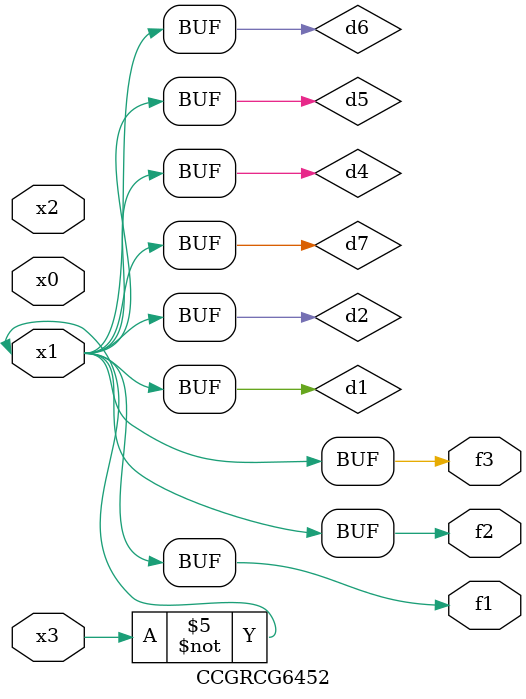
<source format=v>
module CCGRCG6452(
	input x0, x1, x2, x3,
	output f1, f2, f3
);

	wire d1, d2, d3, d4, d5, d6, d7;

	not (d1, x3);
	buf (d2, x1);
	xnor (d3, d1, d2);
	nor (d4, d1);
	buf (d5, d1, d2);
	buf (d6, d4, d5);
	nand (d7, d4);
	assign f1 = d6;
	assign f2 = d7;
	assign f3 = d6;
endmodule

</source>
